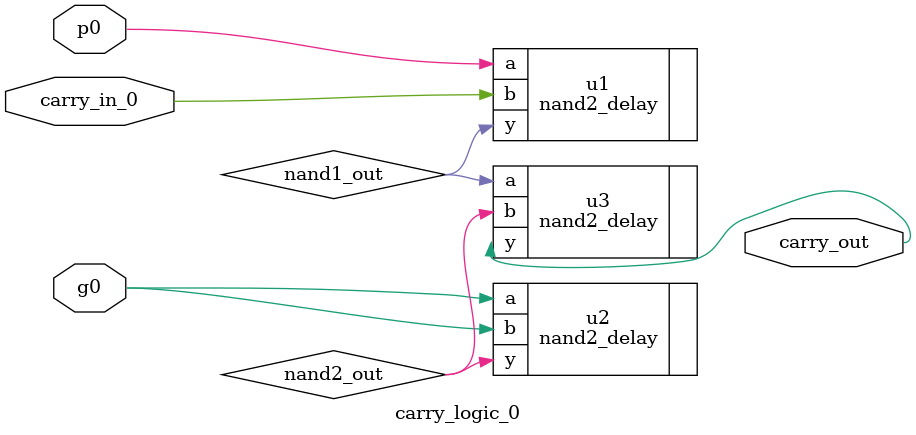
<source format=sv>
module carry_logic_0 (
    input  logic p0,
    input  logic g0,
    input  logic carry_in_0,
    output logic carry_out
);
  //TODO: Complete the code

    logic nand1_out;  
    logic nand2_out;  


nand2_delay u1 (
	.a(p0), 
	.b(carry_in_0), 
	.y(nand1_out)
	); 

nand2_delay u2 (
	.a(g0), 
	.b(g0), 
	.y(nand2_out)
	); 

nand2_delay u3 (
	.a(nand1_out), 
	.b(nand2_out), 
	.y(carry_out)
	); 

endmodule

</source>
